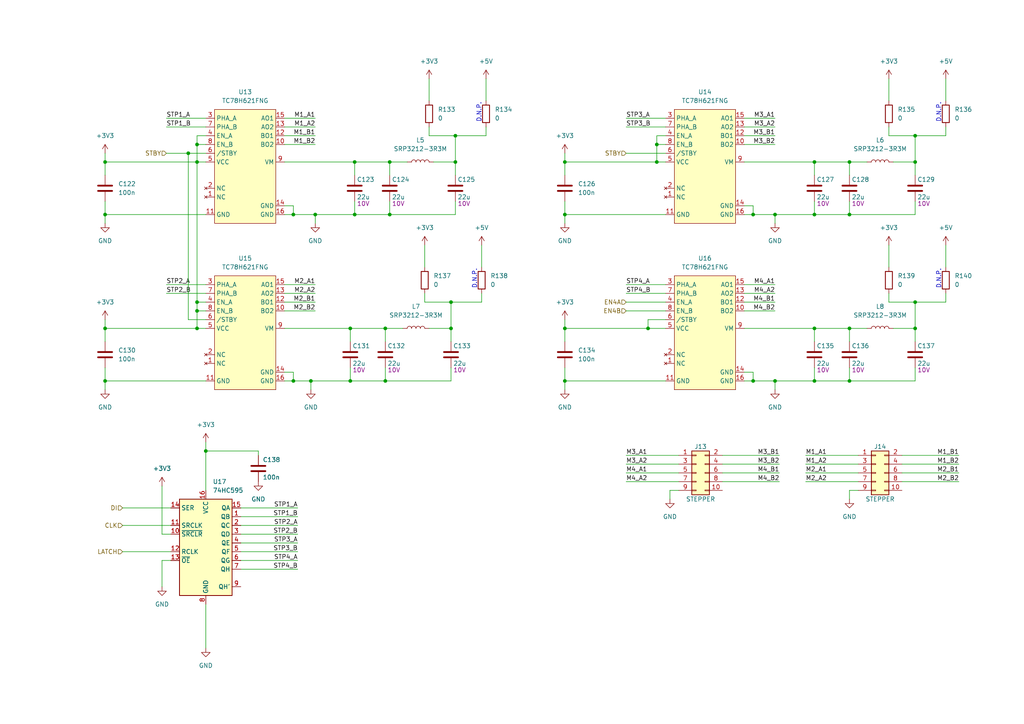
<source format=kicad_sch>
(kicad_sch (version 20211123) (generator eeschema)
  (paper "A4")
  (title_block (title "Cockpit CPU Card") (date "2023-01-21") (rev "A") (company "https://github.com/peterheinrich/DA20-C1-ProcedureTrainer") (comment 1 "Open Hardware") (comment 2 "License: CERN-OHL-P") (comment 3 "© 2023 by Peter Heinrich") (comment 4 "DA20 Hardware Cockpit Simulator Project"))
  (lib_symbols
    (symbol "00_LocalLib:SRP3212-3R3M" (pin_numbers hide) (pin_names (offset 1.016) hide)
      (property "Reference" "L" (at -1.27 0 90))
      (property "Value" "SRP3212-3R3M" (at 1.905 0 90))
      (symbol "SRP3212-3R3M_0_1"
        (arc (start 0 -2.54) (mid 0.635 -1.905) (end 0 -1.27))
        (arc (start 0 -1.27) (mid 0.635 -0.635) (end 0 0))
        (arc (start 0 0) (mid 0.635 0.635) (end 0 1.27))
        (arc (start 0 1.27) (mid 0.635 1.905) (end 0 2.54))
      )
      (symbol "SRP3212-3R3M_1_1"
        (pin passive line (at 0 3.81 270) (length 1.27) (name "1") (number "1"))
        (pin passive line (at 0 -3.81 90) (length 1.27) (name "2") (number "2"))
      )
    )
    (symbol "00_LocalLib:TC78H621FNG"
      (property "Reference" "U" (at 0 1.27 0))
      (property "Value" "TC78H621FNG" (at 0 -34.29 0))
      (symbol "TC78H621FNG_0_1"
        (rectangle (start 17.78 -33.02) (end 0 0) (fill (type background)))
      )
      (symbol "TC78H621FNG_1_1"
        (pin no_connect line (at -2.54 -25.4 0) (length 2.54) (name "NC") (number "1"))
        (pin output line (at 20.32 -10.16 180) (length 2.54) (name "BO2") (number "10"))
        (pin power_in line (at -2.54 -30.48 0) (length 2.54) (name "GND") (number "11"))
        (pin output line (at 20.32 -7.62 180) (length 2.54) (name "BO1") (number "12"))
        (pin output line (at 20.32 -5.08 180) (length 2.54) (name "AO2") (number "13"))
        (pin power_in line (at 20.32 -27.94 180) (length 2.54) (name "GND") (number "14"))
        (pin output line (at 20.32 -2.54 180) (length 2.54) (name "AO1") (number "15"))
        (pin power_in line (at 20.32 -30.48 180) (length 2.54) (name "GND") (number "16"))
        (pin no_connect line (at -2.54 -22.86 0) (length 2.54) (name "NC") (number "2"))
        (pin input line (at -2.54 -2.54 0) (length 2.54) (name "PHA_A") (number "3"))
        (pin input line (at -2.54 -7.62 0) (length 2.54) (name "EN_A") (number "4"))
        (pin power_in line (at -2.54 -15.24 0) (length 2.54) (name "VCC") (number "5"))
        (pin input line (at -2.54 -12.7 0) (length 2.54) (name "/STBY") (number "6"))
        (pin input line (at -2.54 -5.08 0) (length 2.54) (name "PHA_B") (number "7"))
        (pin input line (at -2.54 -10.16 0) (length 2.54) (name "EN_B") (number "8"))
        (pin power_in line (at 20.32 -15.24 180) (length 2.54) (name "VM") (number "9"))
      )
    )
    (symbol "74xx:74HC595"
      (property "Reference" "U" (at -7.62 13.97 0))
      (property "Value" "74HC595" (at -7.62 -16.51 0))
      (symbol "74HC595_1_0"
        (pin tri_state line (at 10.16 7.62 180) (length 2.54) (name "QB") (number "1"))
        (pin input line (at -10.16 2.54 0) (length 2.54) (name "~{SRCLR}") (number "10"))
        (pin input line (at -10.16 5.08 0) (length 2.54) (name "SRCLK") (number "11"))
        (pin input line (at -10.16 -2.54 0) (length 2.54) (name "RCLK") (number "12"))
        (pin input line (at -10.16 -5.08 0) (length 2.54) (name "~{OE}") (number "13"))
        (pin input line (at -10.16 10.16 0) (length 2.54) (name "SER") (number "14"))
        (pin tri_state line (at 10.16 10.16 180) (length 2.54) (name "QA") (number "15"))
        (pin power_in line (at 0 15.24 270) (length 2.54) (name "VCC") (number "16"))
        (pin tri_state line (at 10.16 5.08 180) (length 2.54) (name "QC") (number "2"))
        (pin tri_state line (at 10.16 2.54 180) (length 2.54) (name "QD") (number "3"))
        (pin tri_state line (at 10.16 0 180) (length 2.54) (name "QE") (number "4"))
        (pin tri_state line (at 10.16 -2.54 180) (length 2.54) (name "QF") (number "5"))
        (pin tri_state line (at 10.16 -5.08 180) (length 2.54) (name "QG") (number "6"))
        (pin tri_state line (at 10.16 -7.62 180) (length 2.54) (name "QH") (number "7"))
        (pin power_in line (at 0 -17.78 90) (length 2.54) (name "GND") (number "8"))
        (pin output line (at 10.16 -12.7 180) (length 2.54) (name "QH'") (number "9"))
      )
      (symbol "74HC595_1_1"
        (rectangle (start -7.62 12.7) (end 7.62 -15.24) (stroke (width 0.254)) (fill (type background)))
      )
    )
    (symbol "Connector_Generic:Conn_02x05_Odd_Even" (pin_names (offset 1.016) hide)
      (property "Reference" "J" (at 1.27 7.62 0))
      (property "Value" "Conn_02x05_Odd_Even" (at 1.27 -7.62 0))
      (symbol "Conn_02x05_Odd_Even_1_1"
        (rectangle (start -1.27 -4.953) (end 0 -5.207) (stroke (width 0.1524)))
        (rectangle (start -1.27 -2.413) (end 0 -2.667) (stroke (width 0.1524)))
        (rectangle (start -1.27 0.127) (end 0 -0.127) (stroke (width 0.1524)))
        (rectangle (start -1.27 2.667) (end 0 2.413) (stroke (width 0.1524)))
        (rectangle (start -1.27 5.207) (end 0 4.953) (stroke (width 0.1524)))
        (rectangle (start -1.27 6.35) (end 3.81 -6.35) (stroke (width 0.254)) (fill (type background)))
        (rectangle (start 3.81 -4.953) (end 2.54 -5.207) (stroke (width 0.1524)))
        (rectangle (start 3.81 -2.413) (end 2.54 -2.667) (stroke (width 0.1524)))
        (rectangle (start 3.81 0.127) (end 2.54 -0.127) (stroke (width 0.1524)))
        (rectangle (start 3.81 2.667) (end 2.54 2.413) (stroke (width 0.1524)))
        (rectangle (start 3.81 5.207) (end 2.54 4.953) (stroke (width 0.1524)))
        (pin passive line (at -5.08 5.08 0) (length 3.81) (name "Pin_1") (number "1"))
        (pin passive line (at 7.62 -5.08 180) (length 3.81) (name "Pin_10") (number "10"))
        (pin passive line (at 7.62 5.08 180) (length 3.81) (name "Pin_2") (number "2"))
        (pin passive line (at -5.08 2.54 0) (length 3.81) (name "Pin_3") (number "3"))
        (pin passive line (at 7.62 2.54 180) (length 3.81) (name "Pin_4") (number "4"))
        (pin passive line (at -5.08 0 0) (length 3.81) (name "Pin_5") (number "5"))
        (pin passive line (at 7.62 0 180) (length 3.81) (name "Pin_6") (number "6"))
        (pin passive line (at -5.08 -2.54 0) (length 3.81) (name "Pin_7") (number "7"))
        (pin passive line (at 7.62 -2.54 180) (length 3.81) (name "Pin_8") (number "8"))
        (pin passive line (at -5.08 -5.08 0) (length 3.81) (name "Pin_9") (number "9"))
      )
    )
    (symbol "Device:C" (pin_numbers hide) (pin_names (offset 0.254))
      (property "Reference" "C" (at 0.635 2.54 0))
      (property "Value" "C" (at 0.635 -2.54 0))
      (symbol "C_0_1"
        (polyline (pts (xy -2.032 -0.762) (xy 2.032 -0.762)) (stroke (width 0.508)))
        (polyline (pts (xy -2.032 0.762) (xy 2.032 0.762)) (stroke (width 0.508)))
      )
      (symbol "C_1_1"
        (pin passive line (at 0 3.81 270) (length 2.794) (name "~") (number "1"))
        (pin passive line (at 0 -3.81 90) (length 2.794) (name "~") (number "2"))
      )
    )
    (symbol "Device:R" (pin_numbers hide) (pin_names (offset 0))
      (property "Reference" "R" (at 2.032 0 90))
      (property "Value" "R" (at 0 0 90))
      (symbol "R_0_1"
        (rectangle (start -1.016 -2.54) (end 1.016 2.54) (stroke (width 0.254)))
      )
      (symbol "R_1_1"
        (pin passive line (at 0 3.81 270) (length 1.27) (name "~") (number "1"))
        (pin passive line (at 0 -3.81 90) (length 1.27) (name "~") (number "2"))
      )
    )
    (symbol "power:+3V3" (power) (pin_names (offset 0))
      (property "Value" "+3V3" (at 0 3.556 0))
      (symbol "+3V3_0_1"
        (polyline (pts (xy -0.762 1.27) (xy 0 2.54)))
        (polyline (pts (xy 0 0) (xy 0 2.54)))
        (polyline (pts (xy 0 2.54) (xy 0.762 1.27)))
      )
      (symbol "+3V3_1_1"
        (pin power_in line (at 0 0 90) (length 0) hide (name "+3V3") (number "1"))
      )
    )
    (symbol "power:+5V" (power) (pin_names (offset 0))
      (property "Value" "+5V" (at 0 3.556 0))
      (symbol "+5V_0_1"
        (polyline (pts (xy -0.762 1.27) (xy 0 2.54)))
        (polyline (pts (xy 0 0) (xy 0 2.54)))
        (polyline (pts (xy 0 2.54) (xy 0.762 1.27)))
      )
      (symbol "+5V_1_1"
        (pin power_in line (at 0 0 90) (length 0) hide (name "+5V") (number "1"))
      )
    )
    (symbol "power:GND" (power) (pin_names (offset 0))
      (property "Value" "GND" (at 0 -3.81 0))
      (symbol "GND_0_1"
        (polyline (pts (xy 0 0) (xy 0 -1.27) (xy 1.27 -1.27) (xy 0 -2.54) (xy -1.27 -1.27) (xy 0 -1.27)))
      )
      (symbol "GND_1_1"
        (pin power_in line (at 0 0 270) (length 0) hide (name "GND") (number "1"))
      )
    )
  )
  (junction (at 101.6 110.49))
  (junction (at 59.69 130.81))
  (junction (at 57.15 87.63))
  (junction (at 236.22 110.49))
  (junction (at 54.61 44.45))
  (junction (at 236.22 46.99))
  (junction (at 111.76 95.25))
  (junction (at 101.6 95.25))
  (junction (at 91.44 62.23))
  (junction (at 30.48 62.23))
  (junction (at 90.17 110.49))
  (junction (at 246.38 46.99))
  (junction (at 190.5 46.99))
  (junction (at 30.48 95.25))
  (junction (at 57.15 90.17))
  (junction (at 246.38 62.23))
  (junction (at 57.15 46.99))
  (junction (at 102.87 62.23))
  (junction (at 187.96 95.25))
  (junction (at 236.22 95.25))
  (junction (at 246.38 110.49))
  (junction (at 57.15 95.25))
  (junction (at 30.48 46.99))
  (junction (at 190.5 41.91))
  (junction (at 102.87 46.99))
  (junction (at 265.43 87.63))
  (junction (at 111.76 110.49))
  (junction (at 163.83 110.49))
  (junction (at 113.03 62.23))
  (junction (at 163.83 62.23))
  (junction (at 57.15 41.91))
  (junction (at 163.83 46.99))
  (junction (at 113.03 46.99))
  (junction (at 132.08 39.37))
  (junction (at 163.83 95.25))
  (junction (at 85.09 62.23))
  (junction (at 30.48 110.49))
  (junction (at 218.44 110.49))
  (junction (at 85.09 110.49))
  (junction (at 265.43 95.25))
  (junction (at 130.81 87.63))
  (junction (at 265.43 39.37))
  (junction (at 132.08 46.99))
  (junction (at 246.38 95.25))
  (junction (at 224.79 110.49))
  (junction (at 218.44 62.23))
  (junction (at 224.79 62.23))
  (junction (at 236.22 62.23))
  (junction (at 130.81 95.25))
  (junction (at 265.43 46.99))
  (wire (pts (xy 123.19 85.09) (xy 123.19 87.63)))
  (wire (pts (xy 85.09 107.95) (xy 85.09 110.49)))
  (wire (pts (xy 265.43 39.37) (xy 265.43 46.99)))
  (wire (pts (xy 215.9 107.95) (xy 218.44 107.95)))
  (wire (pts (xy 90.17 110.49) (xy 90.17 113.03)))
  (wire (pts (xy 181.61 87.63) (xy 193.04 87.63)))
  (wire (pts (xy 91.44 62.23) (xy 91.44 64.77)))
  (wire (pts (xy 274.32 39.37) (xy 274.32 36.83)))
  (wire (pts (xy 218.44 107.95) (xy 218.44 110.49)))
  (wire (pts (xy 30.48 92.71) (xy 30.48 95.25)))
  (wire (pts (xy 140.97 22.86) (xy 140.97 29.21)))
  (wire (pts (xy 82.55 41.91) (xy 91.44 41.91)))
  (wire (pts (xy 69.85 154.94) (xy 86.36 154.94)))
  (wire (pts (xy 57.15 90.17) (xy 57.15 95.25)))
  (wire (pts (xy 111.76 95.25) (xy 116.84 95.25)))
  (wire (pts (xy 193.04 39.37) (xy 190.5 39.37)))
  (wire (pts (xy 101.6 110.49) (xy 111.76 110.49)))
  (wire (pts (xy 130.81 95.25) (xy 130.81 99.06)))
  (wire (pts (xy 224.79 62.23) (xy 224.79 64.77)))
  (wire (pts (xy 236.22 110.49) (xy 246.38 110.49)))
  (wire (pts (xy 236.22 62.23) (xy 246.38 62.23)))
  (wire (pts (xy 54.61 92.71) (xy 59.69 92.71)))
  (wire (pts (xy 163.83 92.71) (xy 163.83 95.25)))
  (wire (pts (xy 190.5 39.37) (xy 190.5 41.91)))
  (wire (pts (xy 124.46 39.37) (xy 132.08 39.37)))
  (wire (pts (xy 265.43 110.49) (xy 246.38 110.49)))
  (wire (pts (xy 236.22 95.25) (xy 246.38 95.25)))
  (wire (pts (xy 163.83 44.45) (xy 163.83 46.99)))
  (wire (pts (xy 215.9 87.63) (xy 224.79 87.63)))
  (wire (pts (xy 74.93 130.81) (xy 59.69 130.81)))
  (wire (pts (xy 30.48 44.45) (xy 30.48 46.99)))
  (wire (pts (xy 265.43 62.23) (xy 246.38 62.23)))
  (wire (pts (xy 236.22 46.99) (xy 236.22 50.8)))
  (wire (pts (xy 246.38 95.25) (xy 251.46 95.25)))
  (wire (pts (xy 123.19 87.63) (xy 130.81 87.63)))
  (wire (pts (xy 35.56 152.4) (xy 49.53 152.4)))
  (wire (pts (xy 265.43 106.68) (xy 265.43 110.49)))
  (wire (pts (xy 233.68 139.7) (xy 248.92 139.7)))
  (wire (pts (xy 74.93 132.08) (xy 74.93 130.81)))
  (wire (pts (xy 187.96 95.25) (xy 193.04 95.25)))
  (wire (pts (xy 82.55 82.55) (xy 91.44 82.55)))
  (wire (pts (xy 57.15 87.63) (xy 59.69 87.63)))
  (wire (pts (xy 48.26 34.29) (xy 59.69 34.29)))
  (wire (pts (xy 246.38 144.78) (xy 246.38 142.24)))
  (wire (pts (xy 274.32 87.63) (xy 274.32 85.09)))
  (wire (pts (xy 246.38 46.99) (xy 246.38 50.8)))
  (wire (pts (xy 257.81 87.63) (xy 265.43 87.63)))
  (wire (pts (xy 111.76 110.49) (xy 111.76 106.68)))
  (wire (pts (xy 139.7 71.12) (xy 139.7 77.47)))
  (wire (pts (xy 265.43 95.25) (xy 265.43 99.06)))
  (wire (pts (xy 82.55 62.23) (xy 85.09 62.23)))
  (wire (pts (xy 130.81 106.68) (xy 130.81 110.49)))
  (wire (pts (xy 132.08 46.99) (xy 132.08 50.8)))
  (wire (pts (xy 224.79 110.49) (xy 236.22 110.49)))
  (wire (pts (xy 215.9 95.25) (xy 236.22 95.25)))
  (wire (pts (xy 181.61 85.09) (xy 193.04 85.09)))
  (wire (pts (xy 132.08 39.37) (xy 140.97 39.37)))
  (wire (pts (xy 59.69 39.37) (xy 57.15 39.37)))
  (wire (pts (xy 181.61 137.16) (xy 196.85 137.16)))
  (wire (pts (xy 261.62 139.7) (xy 278.13 139.7)))
  (wire (pts (xy 215.9 85.09) (xy 224.79 85.09)))
  (wire (pts (xy 218.44 110.49) (xy 224.79 110.49)))
  (wire (pts (xy 257.81 39.37) (xy 265.43 39.37)))
  (wire (pts (xy 125.73 46.99) (xy 132.08 46.99)))
  (wire (pts (xy 54.61 44.45) (xy 54.61 92.71)))
  (wire (pts (xy 257.81 22.86) (xy 257.81 29.21)))
  (wire (pts (xy 82.55 107.95) (xy 85.09 107.95)))
  (wire (pts (xy 257.81 71.12) (xy 257.81 77.47)))
  (wire (pts (xy 30.48 95.25) (xy 57.15 95.25)))
  (wire (pts (xy 59.69 95.25) (xy 57.15 95.25)))
  (wire (pts (xy 82.55 36.83) (xy 91.44 36.83)))
  (wire (pts (xy 30.48 95.25) (xy 30.48 99.06)))
  (wire (pts (xy 85.09 59.69) (xy 85.09 62.23)))
  (wire (pts (xy 181.61 44.45) (xy 193.04 44.45)))
  (wire (pts (xy 59.69 175.26) (xy 59.69 187.96)))
  (wire (pts (xy 102.87 62.23) (xy 102.87 58.42)))
  (wire (pts (xy 59.69 130.81) (xy 59.69 142.24)))
  (wire (pts (xy 123.19 71.12) (xy 123.19 77.47)))
  (wire (pts (xy 48.26 85.09) (xy 59.69 85.09)))
  (wire (pts (xy 163.83 46.99) (xy 190.5 46.99)))
  (wire (pts (xy 181.61 36.83) (xy 193.04 36.83)))
  (wire (pts (xy 69.85 152.4) (xy 86.36 152.4)))
  (wire (pts (xy 218.44 62.23) (xy 224.79 62.23)))
  (wire (pts (xy 30.48 46.99) (xy 57.15 46.99)))
  (wire (pts (xy 48.26 44.45) (xy 54.61 44.45)))
  (wire (pts (xy 101.6 95.25) (xy 111.76 95.25)))
  (wire (pts (xy 132.08 58.42) (xy 132.08 62.23)))
  (wire (pts (xy 163.83 58.42) (xy 163.83 62.23)))
  (wire (pts (xy 85.09 110.49) (xy 90.17 110.49)))
  (wire (pts (xy 46.99 170.18) (xy 46.99 162.56)))
  (wire (pts (xy 30.48 58.42) (xy 30.48 62.23)))
  (wire (pts (xy 82.55 87.63) (xy 91.44 87.63)))
  (wire (pts (xy 181.61 139.7) (xy 196.85 139.7)))
  (wire (pts (xy 181.61 34.29) (xy 193.04 34.29)))
  (wire (pts (xy 57.15 46.99) (xy 59.69 46.99)))
  (wire (pts (xy 265.43 58.42) (xy 265.43 62.23)))
  (wire (pts (xy 181.61 90.17) (xy 193.04 90.17)))
  (wire (pts (xy 46.99 162.56) (xy 49.53 162.56)))
  (wire (pts (xy 215.9 34.29) (xy 224.79 34.29)))
  (wire (pts (xy 246.38 46.99) (xy 251.46 46.99)))
  (wire (pts (xy 57.15 90.17) (xy 59.69 90.17)))
  (wire (pts (xy 246.38 110.49) (xy 246.38 106.68)))
  (wire (pts (xy 69.85 160.02) (xy 86.36 160.02)))
  (wire (pts (xy 57.15 41.91) (xy 57.15 46.99)))
  (wire (pts (xy 194.31 144.78) (xy 194.31 142.24)))
  (wire (pts (xy 259.08 95.25) (xy 265.43 95.25)))
  (wire (pts (xy 215.9 110.49) (xy 218.44 110.49)))
  (wire (pts (xy 236.22 95.25) (xy 236.22 99.06)))
  (wire (pts (xy 46.99 140.97) (xy 46.99 154.94)))
  (wire (pts (xy 181.61 132.08) (xy 196.85 132.08)))
  (wire (pts (xy 261.62 134.62) (xy 278.13 134.62)))
  (wire (pts (xy 259.08 46.99) (xy 265.43 46.99)))
  (wire (pts (xy 163.83 62.23) (xy 163.83 64.77)))
  (wire (pts (xy 111.76 95.25) (xy 111.76 99.06)))
  (wire (pts (xy 35.56 147.32) (xy 49.53 147.32)))
  (wire (pts (xy 30.48 62.23) (xy 59.69 62.23)))
  (wire (pts (xy 82.55 85.09) (xy 91.44 85.09)))
  (wire (pts (xy 163.83 95.25) (xy 163.83 99.06)))
  (wire (pts (xy 163.83 62.23) (xy 193.04 62.23)))
  (wire (pts (xy 187.96 92.71) (xy 193.04 92.71)))
  (wire (pts (xy 102.87 62.23) (xy 113.03 62.23)))
  (wire (pts (xy 190.5 41.91) (xy 190.5 46.99)))
  (wire (pts (xy 69.85 157.48) (xy 86.36 157.48)))
  (wire (pts (xy 69.85 147.32) (xy 86.36 147.32)))
  (wire (pts (xy 132.08 39.37) (xy 132.08 46.99)))
  (wire (pts (xy 257.81 36.83) (xy 257.81 39.37)))
  (wire (pts (xy 30.48 110.49) (xy 59.69 110.49)))
  (wire (pts (xy 48.26 82.55) (xy 59.69 82.55)))
  (wire (pts (xy 82.55 39.37) (xy 91.44 39.37)))
  (wire (pts (xy 69.85 165.1) (xy 86.36 165.1)))
  (wire (pts (xy 224.79 110.49) (xy 224.79 113.03)))
  (wire (pts (xy 224.79 62.23) (xy 236.22 62.23)))
  (wire (pts (xy 82.55 110.49) (xy 85.09 110.49)))
  (wire (pts (xy 57.15 39.37) (xy 57.15 41.91)))
  (wire (pts (xy 246.38 62.23) (xy 246.38 58.42)))
  (wire (pts (xy 113.03 62.23) (xy 113.03 58.42)))
  (wire (pts (xy 82.55 59.69) (xy 85.09 59.69)))
  (wire (pts (xy 274.32 71.12) (xy 274.32 77.47)))
  (wire (pts (xy 82.55 95.25) (xy 101.6 95.25)))
  (wire (pts (xy 209.55 139.7) (xy 226.06 139.7)))
  (wire (pts (xy 215.9 62.23) (xy 218.44 62.23)))
  (wire (pts (xy 46.99 154.94) (xy 49.53 154.94)))
  (wire (pts (xy 265.43 46.99) (xy 265.43 50.8)))
  (wire (pts (xy 163.83 46.99) (xy 163.83 50.8)))
  (wire (pts (xy 90.17 110.49) (xy 101.6 110.49)))
  (wire (pts (xy 233.68 132.08) (xy 248.92 132.08)))
  (wire (pts (xy 130.81 87.63) (xy 130.81 95.25)))
  (wire (pts (xy 209.55 132.08) (xy 226.06 132.08)))
  (wire (pts (xy 215.9 41.91) (xy 224.79 41.91)))
  (wire (pts (xy 265.43 39.37) (xy 274.32 39.37)))
  (wire (pts (xy 124.46 22.86) (xy 124.46 29.21)))
  (wire (pts (xy 139.7 87.63) (xy 139.7 85.09)))
  (wire (pts (xy 57.15 46.99) (xy 57.15 87.63)))
  (wire (pts (xy 215.9 46.99) (xy 236.22 46.99)))
  (wire (pts (xy 209.55 134.62) (xy 226.06 134.62)))
  (wire (pts (xy 140.97 39.37) (xy 140.97 36.83)))
  (wire (pts (xy 30.48 110.49) (xy 30.48 113.03)))
  (wire (pts (xy 190.5 46.99) (xy 193.04 46.99)))
  (wire (pts (xy 113.03 46.99) (xy 118.11 46.99)))
  (wire (pts (xy 163.83 95.25) (xy 187.96 95.25)))
  (wire (pts (xy 130.81 87.63) (xy 139.7 87.63)))
  (wire (pts (xy 82.55 46.99) (xy 102.87 46.99)))
  (wire (pts (xy 48.26 36.83) (xy 59.69 36.83)))
  (wire (pts (xy 124.46 95.25) (xy 130.81 95.25)))
  (wire (pts (xy 101.6 95.25) (xy 101.6 99.06)))
  (wire (pts (xy 261.62 137.16) (xy 278.13 137.16)))
  (wire (pts (xy 69.85 162.56) (xy 86.36 162.56)))
  (wire (pts (xy 163.83 110.49) (xy 193.04 110.49)))
  (wire (pts (xy 233.68 137.16) (xy 248.92 137.16)))
  (wire (pts (xy 30.48 106.68) (xy 30.48 110.49)))
  (wire (pts (xy 274.32 22.86) (xy 274.32 29.21)))
  (wire (pts (xy 30.48 62.23) (xy 30.48 64.77)))
  (wire (pts (xy 57.15 41.91) (xy 59.69 41.91)))
  (wire (pts (xy 215.9 82.55) (xy 224.79 82.55)))
  (wire (pts (xy 82.55 34.29) (xy 91.44 34.29)))
  (wire (pts (xy 85.09 62.23) (xy 91.44 62.23)))
  (wire (pts (xy 194.31 142.24) (xy 196.85 142.24)))
  (wire (pts (xy 187.96 92.71) (xy 187.96 95.25)))
  (wire (pts (xy 102.87 46.99) (xy 102.87 50.8)))
  (wire (pts (xy 215.9 39.37) (xy 224.79 39.37)))
  (wire (pts (xy 218.44 59.69) (xy 218.44 62.23)))
  (wire (pts (xy 69.85 149.86) (xy 86.36 149.86)))
  (wire (pts (xy 209.55 137.16) (xy 226.06 137.16)))
  (wire (pts (xy 236.22 110.49) (xy 236.22 106.68)))
  (wire (pts (xy 57.15 87.63) (xy 57.15 90.17)))
  (wire (pts (xy 265.43 87.63) (xy 265.43 95.25)))
  (wire (pts (xy 215.9 59.69) (xy 218.44 59.69)))
  (wire (pts (xy 181.61 134.62) (xy 196.85 134.62)))
  (wire (pts (xy 91.44 62.23) (xy 102.87 62.23)))
  (wire (pts (xy 265.43 87.63) (xy 274.32 87.63)))
  (wire (pts (xy 246.38 95.25) (xy 246.38 99.06)))
  (wire (pts (xy 130.81 110.49) (xy 111.76 110.49)))
  (wire (pts (xy 59.69 44.45) (xy 54.61 44.45)))
  (wire (pts (xy 59.69 128.27) (xy 59.69 130.81)))
  (wire (pts (xy 124.46 36.83) (xy 124.46 39.37)))
  (wire (pts (xy 233.68 134.62) (xy 248.92 134.62)))
  (wire (pts (xy 30.48 46.99) (xy 30.48 50.8)))
  (wire (pts (xy 82.55 90.17) (xy 91.44 90.17)))
  (wire (pts (xy 132.08 62.23) (xy 113.03 62.23)))
  (wire (pts (xy 35.56 160.02) (xy 49.53 160.02)))
  (wire (pts (xy 190.5 41.91) (xy 193.04 41.91)))
  (wire (pts (xy 215.9 90.17) (xy 224.79 90.17)))
  (wire (pts (xy 236.22 62.23) (xy 236.22 58.42)))
  (wire (pts (xy 181.61 82.55) (xy 193.04 82.55)))
  (wire (pts (xy 163.83 110.49) (xy 163.83 113.03)))
  (wire (pts (xy 113.03 46.99) (xy 113.03 50.8)))
  (wire (pts (xy 163.83 106.68) (xy 163.83 110.49)))
  (wire (pts (xy 236.22 46.99) (xy 246.38 46.99)))
  (wire (pts (xy 102.87 46.99) (xy 113.03 46.99)))
  (wire (pts (xy 215.9 36.83) (xy 224.79 36.83)))
  (wire (pts (xy 246.38 142.24) (xy 248.92 142.24)))
  (wire (pts (xy 257.81 85.09) (xy 257.81 87.63)))
  (wire (pts (xy 261.62 132.08) (xy 278.13 132.08)))
  (wire (pts (xy 101.6 110.49) (xy 101.6 106.68)))
  (text "D.N.P." (at 138.43 83.82 90) (effects (font (size 1.27 1.27)) (justify left bottom)))
  (text "D.N.P." (at 139.7 35.56 90) (effects (font (size 1.27 1.27)) (justify left bottom)))
  (text "D.N.P." (at 273.05 83.82 90) (effects (font (size 1.27 1.27)) (justify left bottom)))
  (text "D.N.P." (at 273.05 35.56 90) (effects (font (size 1.27 1.27)) (justify left bottom)))
  (label "M4_A1" (at 181.61 137.16 0))
  (label "M3_A1" (at 181.61 132.08 0))
  (label "M3_A2" (at 181.61 134.62 0))
  (label "STP3_A" (at 86.36 157.48 180))
  (label "STP4_B" (at 181.61 85.09 0))
  (label "M3_B2" (at 224.79 41.91 180))
  (label "M1_A1" (at 233.68 132.08 0))
  (label "STP4_A" (at 86.36 162.56 180))
  (label "M4_B2" (at 224.79 90.17 180))
  (label "M1_B1" (at 91.44 39.37 180))
  (label "M2_A2" (at 233.68 139.7 0))
  (label "M2_B2" (at 278.13 139.7 180))
  (label "M1_A2" (at 233.68 134.62 0))
  (label "M1_A1" (at 91.44 34.29 180))
  (label "STP4_B" (at 86.36 165.1 180))
  (label "M2_A1" (at 91.44 82.55 180))
  (label "STP2_B" (at 48.26 85.09 0))
  (label "M2_B1" (at 91.44 87.63 180))
  (label "M4_B1" (at 224.79 87.63 180))
  (label "M2_A2" (at 91.44 85.09 180))
  (label "STP3_B" (at 86.36 160.02 180))
  (label "M4_A2" (at 181.61 139.7 0))
  (label "M1_A2" (at 91.44 36.83 180))
  (label "STP3_A" (at 181.61 34.29 0))
  (label "STP4_A" (at 181.61 82.55 0))
  (label "M3_A2" (at 224.79 36.83 180))
  (label "M4_A2" (at 224.79 85.09 180))
  (label "M1_B2" (at 278.13 134.62 180))
  (label "STP2_A" (at 48.26 82.55 0))
  (label "M3_B1" (at 224.79 39.37 180))
  (label "M4_A1" (at 224.79 82.55 180))
  (label "M4_B1" (at 226.06 137.16 180))
  (label "M1_B2" (at 91.44 41.91 180))
  (label "STP2_B" (at 86.36 154.94 180))
  (label "M2_B2" (at 91.44 90.17 180))
  (label "M3_B2" (at 226.06 134.62 180))
  (label "M2_B1" (at 278.13 137.16 180))
  (label "STP1_A" (at 48.26 34.29 0))
  (label "STP2_A" (at 86.36 152.4 180))
  (label "STP1_A" (at 86.36 147.32 180))
  (label "M1_B1" (at 278.13 132.08 180))
  (label "M4_B2" (at 226.06 139.7 180))
  (label "STP3_B" (at 181.61 36.83 0))
  (label "M2_A1" (at 233.68 137.16 0))
  (label "M3_B1" (at 226.06 132.08 180))
  (label "STP1_B" (at 48.26 36.83 0))
  (label "M3_A1" (at 224.79 34.29 180))
  (label "STP1_B" (at 86.36 149.86 180))
  (hierarchical_label "DI" (shape input) (at 35.56 147.32 180))
  (hierarchical_label "EN4A" (shape input) (at 181.61 87.63 180))
  (hierarchical_label "STBY" (shape input) (at 48.26 44.45 180))
  (hierarchical_label "CLK" (shape input) (at 35.56 152.4 180))
  (hierarchical_label "LATCH" (shape input) (at 35.56 160.02 180))
  (hierarchical_label "EN4B" (shape input) (at 181.61 90.17 180))
  (hierarchical_label "STBY" (shape input) (at 181.61 44.45 180))
  (symbol (lib_id "power:+5V") (at 274.32 71.12 0) (unit 1)
    (property "Reference" "#PWR0150" (effects hide))
    (property "Value" "+5V" (at 274.32 66.04 0))
  )
  (symbol (lib_id "Device:C") (at 111.76 102.87 0) (unit 1)
    (property "Reference" "C132" (at 112.395 100.33 0) (effects (justify left)))
    (property "Value" "22u" (at 112.395 105.41 0) (effects (justify left)))
    (property "Footprint" "Capacitor_SMD:C_0805_2012Metric" (effects hide))
    (property "Datasheet" "https://www.farnell.com/datasheets/2735905.pdf" (effects hide))
    (property "Vmax" "10V" (at 112.395 107.315 0) (effects (justify left)))
    (property "MPN" "CL21A226MPCLRNC" (effects hide))
    (property "ON_FARNELL" "3013460" (effects hide))
  )
  (symbol (lib_id "00_LocalLib:TC78H621FNG") (at 62.23 31.75 0) (unit 1)
    (property "Reference" "U13" (at 71.12 26.67 0))
    (property "Value" "TC78H621FNG" (at 71.12 29.21 0))
    (property "Footprint" "Package_SO:TSSOP-16_4.4x5mm_P0.65mm" (effects hide))
    (property "MPN" "TC78H621FNG" (effects hide))
    (property "ON_FARNELL" "3869999" (effects hide))
  )
  (symbol (lib_id "00_LocalLib:TC78H621FNG") (at 195.58 80.01 0) (unit 1)
    (property "Reference" "U16" (at 204.47 74.93 0))
    (property "Value" "TC78H621FNG" (at 204.47 77.47 0))
    (property "Footprint" "Package_SO:TSSOP-16_4.4x5mm_P0.65mm" (effects hide))
    (property "MPN" "TC78H621FNG" (effects hide))
    (property "ON_FARNELL" "3869999" (effects hide))
  )
  (symbol (lib_id "00_LocalLib:TC78H621FNG") (at 195.58 31.75 0) (unit 1)
    (property "Reference" "U14" (at 204.47 26.67 0))
    (property "Value" "TC78H621FNG" (at 204.47 29.21 0))
    (property "Footprint" "Package_SO:TSSOP-16_4.4x5mm_P0.65mm" (effects hide))
    (property "MPN" "TC78H621FNG" (effects hide))
    (property "ON_FARNELL" "3869999" (effects hide))
  )
  (symbol (lib_id "power:GND") (at 163.83 113.03 0) (unit 1)
    (property "Reference" "#PWR0155" (effects hide))
    (property "Value" "GND" (at 163.83 118.11 0))
  )
  (symbol (lib_id "00_LocalLib:SRP3212-3R3M") (at 255.27 95.25 90) (unit 1)
    (property "Reference" "L8" (at 255.27 88.9 90))
    (property "Value" "SRP3212-3R3M" (at 255.27 91.44 90))
    (property "Footprint" "00_LocalLib:L_Bourns-SRP3212" (effects hide))
    (property "Datasheet" "https://www.bourns.com/docs/product-datasheets/SRP3212.pdf" (effects hide))
    (property "MPN" "SRP3212-3R3M" (effects hide))
    (property "ON_FARNELL" "3974271" (effects hide))
  )
  (symbol (lib_id "Device:C") (at 130.81 102.87 0) (unit 1)
    (property "Reference" "C133" (at 131.445 100.33 0) (effects (justify left)))
    (property "Value" "22u" (at 131.445 105.41 0) (effects (justify left)))
    (property "Footprint" "Capacitor_SMD:C_0805_2012Metric" (effects hide))
    (property "Datasheet" "https://www.farnell.com/datasheets/2735905.pdf" (effects hide))
    (property "Vmax" "10V" (at 131.445 107.315 0) (effects (justify left)))
    (property "MPN" "CL21A226MPCLRNC" (effects hide))
    (property "ON_FARNELL" "3013460" (effects hide))
  )
  (symbol (lib_id "Device:C") (at 163.83 102.87 0) (unit 1)
    (property "Reference" "C134" (at 167.64 101.5999 0) (effects (justify left)))
    (property "Value" "100n" (at 167.64 104.1399 0) (effects (justify left)))
    (property "Footprint" "Capacitor_SMD:C_0603_1608Metric" (effects hide))
    (property "Datasheet" "https://www.farnell.com/datasheets/2735905.pdf" (effects hide))
    (property "MPN" "CL10B104KO8NNNC" (effects hide))
    (property "ON_FARNELL" "3013413" (effects hide))
  )
  (symbol (lib_id "power:+3V3") (at 163.83 92.71 0) (unit 1)
    (property "Reference" "#PWR0152" (effects hide))
    (property "Value" "+3V3" (at 163.83 87.63 0))
  )
  (symbol (lib_id "power:+3V3") (at 59.69 128.27 0) (unit 1)
    (property "Reference" "#PWR0157" (effects hide))
    (property "Value" "+3V3" (at 59.69 123.19 0))
  )
  (symbol (lib_id "Device:R") (at 257.81 33.02 0) (unit 1)
    (property "Reference" "R135" (at 260.35 31.7499 0) (effects (justify left)))
    (property "Value" "0" (at 260.35 34.2899 0) (effects (justify left)))
    (property "Footprint" "Resistor_SMD:R_0805_2012Metric" (effects hide))
    (property "MPN" "MC01W08050R" (effects hide))
    (property "ON_FARNELL" "9333681" (effects hide))
  )
  (symbol (lib_id "Device:C") (at 101.6 102.87 0) (unit 1)
    (property "Reference" "C131" (at 102.235 100.33 0) (effects (justify left)))
    (property "Value" "22u" (at 102.235 105.41 0) (effects (justify left)))
    (property "Footprint" "Capacitor_SMD:C_0805_2012Metric" (effects hide))
    (property "Datasheet" "https://www.farnell.com/datasheets/2735905.pdf" (effects hide))
    (property "Vmax" "10V" (at 102.235 107.315 0) (effects (justify left)))
    (property "MPN" "CL21A226MPCLRNC" (effects hide))
    (property "ON_FARNELL" "3013460" (effects hide))
  )
  (symbol (lib_id "power:GND") (at 224.79 113.03 0) (unit 1)
    (property "Reference" "#PWR0156" (effects hide))
    (property "Value" "GND" (at 224.79 118.11 0))
  )
  (symbol (lib_id "Device:R") (at 139.7 81.28 0) (unit 1) (in_bom no)
    (property "Reference" "R138" (at 142.24 80.0099 0) (effects (justify left)))
    (property "Value" "0" (at 142.24 82.5499 0) (effects (justify left)))
    (property "Footprint" "Resistor_SMD:R_0805_2012Metric" (effects hide))
    (property "MPN" "MC01W08050R" (effects hide))
    (property "ON_FARNELL" "9333681" (effects hide))
  )
  (symbol (lib_id "power:+3V3") (at 46.99 140.97 0) (unit 1)
    (property "Reference" "#PWR0159" (effects hide))
    (property "Value" "+3V3" (at 46.99 135.89 0))
  )
  (symbol (lib_id "Device:C") (at 30.48 102.87 0) (unit 1)
    (property "Reference" "C130" (at 34.29 101.5999 0) (effects (justify left)))
    (property "Value" "100n" (at 34.29 104.1399 0) (effects (justify left)))
    (property "Footprint" "Capacitor_SMD:C_0603_1608Metric" (effects hide))
    (property "Datasheet" "https://www.farnell.com/datasheets/2735905.pdf" (effects hide))
    (property "MPN" "CL10B104KO8NNNC" (effects hide))
    (property "ON_FARNELL" "3013413" (effects hide))
  )
  (symbol (lib_id "power:GND") (at 30.48 113.03 0) (unit 1)
    (property "Reference" "#PWR0153" (effects hide))
    (property "Value" "GND" (at 30.48 118.11 0))
  )
  (symbol (lib_id "power:+3V3") (at 163.83 44.45 0) (unit 1)
    (property "Reference" "#PWR0142" (effects hide))
    (property "Value" "+3V3" (at 163.83 39.37 0))
  )
  (symbol (lib_id "power:+5V") (at 139.7 71.12 0) (unit 1)
    (property "Reference" "#PWR0148" (effects hide))
    (property "Value" "+5V" (at 139.7 66.04 0))
  )
  (symbol (lib_id "Device:C") (at 265.43 102.87 0) (unit 1)
    (property "Reference" "C137" (at 266.065 100.33 0) (effects (justify left)))
    (property "Value" "22u" (at 266.065 105.41 0) (effects (justify left)))
    (property "Footprint" "Capacitor_SMD:C_0805_2012Metric" (effects hide))
    (property "Datasheet" "https://www.farnell.com/datasheets/2735905.pdf" (effects hide))
    (property "Vmax" "10V" (at 266.065 107.315 0) (effects (justify left)))
    (property "MPN" "CL21A226MPCLRNC" (effects hide))
    (property "ON_FARNELL" "3013460" (effects hide))
  )
  (symbol (lib_id "00_LocalLib:SRP3212-3R3M") (at 121.92 46.99 90) (unit 1)
    (property "Reference" "L5" (at 121.92 40.64 90))
    (property "Value" "SRP3212-3R3M" (at 121.92 43.18 90))
    (property "Footprint" "00_LocalLib:L_Bourns-SRP3212" (effects hide))
    (property "Datasheet" "https://www.bourns.com/docs/product-datasheets/SRP3212.pdf" (effects hide))
    (property "MPN" "SRP3212-3R3M" (effects hide))
    (property "ON_FARNELL" "3974271" (effects hide))
  )
  (symbol (lib_id "Device:R") (at 274.32 81.28 0) (unit 1) (in_bom no)
    (property "Reference" "R140" (at 276.86 80.0099 0) (effects (justify left)))
    (property "Value" "0" (at 276.86 82.5499 0) (effects (justify left)))
    (property "Footprint" "Resistor_SMD:R_0805_2012Metric" (effects hide))
    (property "MPN" "MC01W08050R" (effects hide))
    (property "ON_FARNELL" "9333681" (effects hide))
  )
  (symbol (lib_id "Device:R") (at 257.81 81.28 0) (unit 1)
    (property "Reference" "R139" (at 260.35 80.0099 0) (effects (justify left)))
    (property "Value" "0" (at 260.35 82.5499 0) (effects (justify left)))
    (property "Footprint" "Resistor_SMD:R_0805_2012Metric" (effects hide))
    (property "MPN" "MC01W08050R" (effects hide))
    (property "ON_FARNELL" "9333681" (effects hide))
  )
  (symbol (lib_id "Device:C") (at 74.93 135.89 0) (unit 1)
    (property "Reference" "C138" (at 76.2 133.35 0) (effects (justify left)))
    (property "Value" "100n" (at 76.2 138.43 0) (effects (justify left)))
    (property "Footprint" "Capacitor_SMD:C_0603_1608Metric" (effects hide))
    (property "Datasheet" "https://www.farnell.com/datasheets/2735905.pdf" (effects hide))
    (property "MPN" "CL10B104KO8NNNC" (effects hide))
    (property "ON_FARNELL" "3013413" (effects hide))
  )
  (symbol (lib_id "00_LocalLib:SRP3212-3R3M") (at 255.27 46.99 90) (unit 1)
    (property "Reference" "L6" (at 255.27 40.64 90))
    (property "Value" "SRP3212-3R3M" (at 255.27 43.18 90))
    (property "Footprint" "00_LocalLib:L_Bourns-SRP3212" (effects hide))
    (property "Datasheet" "https://www.bourns.com/docs/product-datasheets/SRP3212.pdf" (effects hide))
    (property "MPN" "SRP3212-3R3M" (effects hide))
    (property "ON_FARNELL" "3974271" (effects hide))
  )
  (symbol (lib_id "Device:C") (at 113.03 54.61 0) (unit 1)
    (property "Reference" "C124" (at 113.665 52.07 0) (effects (justify left)))
    (property "Value" "22u" (at 113.665 57.15 0) (effects (justify left)))
    (property "Footprint" "Capacitor_SMD:C_0805_2012Metric" (effects hide))
    (property "Datasheet" "https://www.farnell.com/datasheets/2735905.pdf" (effects hide))
    (property "Vmax" "10V" (at 113.665 59.055 0) (effects (justify left)))
    (property "MPN" "CL21A226MPCLRNC" (effects hide))
    (property "ON_FARNELL" "3013460" (effects hide))
  )
  (symbol (lib_id "power:GND") (at 30.48 64.77 0) (unit 1)
    (property "Reference" "#PWR0143" (effects hide))
    (property "Value" "GND" (at 30.48 69.85 0))
  )
  (symbol (lib_id "power:GND") (at 59.69 187.96 0) (unit 1)
    (property "Reference" "#PWR0163" (effects hide))
    (property "Value" "GND" (at 59.69 193.04 0))
  )
  (symbol (lib_id "power:GND") (at 163.83 64.77 0) (unit 1)
    (property "Reference" "#PWR0145" (effects hide))
    (property "Value" "GND" (at 163.83 69.85 0))
  )
  (symbol (lib_id "Device:C") (at 236.22 54.61 0) (unit 1)
    (property "Reference" "C127" (at 236.855 52.07 0) (effects (justify left)))
    (property "Value" "22u" (at 236.855 57.15 0) (effects (justify left)))
    (property "Footprint" "Capacitor_SMD:C_0805_2012Metric" (effects hide))
    (property "Datasheet" "https://www.farnell.com/datasheets/2735905.pdf" (effects hide))
    (property "Vmax" "10V" (at 236.855 59.055 0) (effects (justify left)))
    (property "MPN" "CL21A226MPCLRNC" (effects hide))
    (property "ON_FARNELL" "3013460" (effects hide))
  )
  (symbol (lib_id "power:+3V3") (at 257.81 71.12 0) (unit 1)
    (property "Reference" "#PWR0149" (effects hide))
    (property "Value" "+3V3" (at 257.81 66.04 0))
  )
  (symbol (lib_id "Connector_Generic:Conn_02x05_Odd_Even") (at 201.93 137.16 0) (unit 1)
    (property "Reference" "J13" (at 203.2 129.54 0))
    (property "Value" "STEPPER" (at 203.2 144.78 0))
    (property "Footprint" "Connector_PinHeader_2.54mm:PinHeader_2x05_P2.54mm_Vertical" (effects hide))
    (property "MPN" "67997-410HLF" (effects hide))
    (property "ON_FARNELL" "2751378" (effects hide))
  )
  (symbol (lib_id "power:GND") (at 194.31 144.78 0) (unit 1)
    (property "Reference" "#PWR0160" (effects hide))
    (property "Value" "GND" (at 194.31 149.86 0))
  )
  (symbol (lib_id "power:+3V3") (at 123.19 71.12 0) (unit 1)
    (property "Reference" "#PWR0147" (effects hide))
    (property "Value" "+3V3" (at 123.19 66.04 0))
  )
  (symbol (lib_id "power:+3V3") (at 30.48 44.45 0) (unit 1)
    (property "Reference" "#PWR0141" (effects hide))
    (property "Value" "+3V3" (at 30.48 39.37 0))
  )
  (symbol (lib_id "power:GND") (at 224.79 64.77 0) (unit 1)
    (property "Reference" "#PWR0146" (effects hide))
    (property "Value" "GND" (at 224.79 69.85 0))
  )
  (symbol (lib_id "Device:C") (at 102.87 54.61 0) (unit 1)
    (property "Reference" "C123" (at 103.505 52.07 0) (effects (justify left)))
    (property "Value" "22u" (at 103.505 57.15 0) (effects (justify left)))
    (property "Footprint" "Capacitor_SMD:C_0805_2012Metric" (effects hide))
    (property "Datasheet" "https://www.farnell.com/datasheets/2735905.pdf" (effects hide))
    (property "Vmax" "10V" (at 103.505 59.055 0) (effects (justify left)))
    (property "MPN" "CL21A226MPCLRNC" (effects hide))
    (property "ON_FARNELL" "3013460" (effects hide))
  )
  (symbol (lib_id "power:GND") (at 91.44 64.77 0) (unit 1)
    (property "Reference" "#PWR0144" (effects hide))
    (property "Value" "GND" (at 91.44 69.85 0))
  )
  (symbol (lib_id "00_LocalLib:TC78H621FNG") (at 62.23 80.01 0) (unit 1)
    (property "Reference" "U15" (at 71.12 74.93 0))
    (property "Value" "TC78H621FNG" (at 71.12 77.47 0))
    (property "Footprint" "Package_SO:TSSOP-16_4.4x5mm_P0.65mm" (effects hide))
    (property "MPN" "TC78H621FNG" (effects hide))
    (property "ON_FARNELL" "3869999" (effects hide))
  )
  (symbol (lib_id "power:GND") (at 46.99 170.18 0) (unit 1)
    (property "Reference" "#PWR0162" (effects hide))
    (property "Value" "GND" (at 46.99 175.26 0))
  )
  (symbol (lib_id "Device:C") (at 236.22 102.87 0) (unit 1)
    (property "Reference" "C135" (at 236.855 100.33 0) (effects (justify left)))
    (property "Value" "22u" (at 236.855 105.41 0) (effects (justify left)))
    (property "Footprint" "Capacitor_SMD:C_0805_2012Metric" (effects hide))
    (property "Datasheet" "https://www.farnell.com/datasheets/2735905.pdf" (effects hide))
    (property "Vmax" "10V" (at 236.855 107.315 0) (effects (justify left)))
    (property "MPN" "CL21A226MPCLRNC" (effects hide))
    (property "ON_FARNELL" "3013460" (effects hide))
  )
  (symbol (lib_id "Device:C") (at 163.83 54.61 0) (unit 1)
    (property "Reference" "C126" (at 167.64 53.3399 0) (effects (justify left)))
    (property "Value" "100n" (at 167.64 55.8799 0) (effects (justify left)))
    (property "Footprint" "Capacitor_SMD:C_0603_1608Metric" (effects hide))
    (property "Datasheet" "https://www.farnell.com/datasheets/2735905.pdf" (effects hide))
    (property "MPN" "CL10B104KO8NNNC" (effects hide))
    (property "ON_FARNELL" "3013413" (effects hide))
  )
  (symbol (lib_id "power:GND") (at 246.38 144.78 0) (unit 1)
    (property "Reference" "#PWR0161" (effects hide))
    (property "Value" "GND" (at 246.38 149.86 0))
  )
  (symbol (lib_id "Device:C") (at 265.43 54.61 0) (unit 1)
    (property "Reference" "C129" (at 266.065 52.07 0) (effects (justify left)))
    (property "Value" "22u" (at 266.065 57.15 0) (effects (justify left)))
    (property "Footprint" "Capacitor_SMD:C_0805_2012Metric" (effects hide))
    (property "Datasheet" "https://www.farnell.com/datasheets/2735905.pdf" (effects hide))
    (property "Vmax" "10V" (at 266.065 59.055 0) (effects (justify left)))
    (property "MPN" "CL21A226MPCLRNC" (effects hide))
    (property "ON_FARNELL" "3013460" (effects hide))
  )
  (symbol (lib_id "power:GND") (at 74.93 139.7 0) (unit 1)
    (property "Reference" "#PWR0158" (effects hide))
    (property "Value" "GND" (at 74.93 144.78 0))
  )
  (symbol (lib_id "Device:C") (at 246.38 102.87 0) (unit 1)
    (property "Reference" "C136" (at 247.015 100.33 0) (effects (justify left)))
    (property "Value" "22u" (at 247.015 105.41 0) (effects (justify left)))
    (property "Footprint" "Capacitor_SMD:C_0805_2012Metric" (effects hide))
    (property "Datasheet" "https://www.farnell.com/datasheets/2735905.pdf" (effects hide))
    (property "Vmax" "10V" (at 247.015 107.315 0) (effects (justify left)))
    (property "MPN" "CL21A226MPCLRNC" (effects hide))
    (property "ON_FARNELL" "3013460" (effects hide))
  )
  (symbol (lib_id "Device:R") (at 124.46 33.02 0) (unit 1)
    (property "Reference" "R133" (at 127 31.7499 0) (effects (justify left)))
    (property "Value" "0" (at 127 34.2899 0) (effects (justify left)))
    (property "Footprint" "Resistor_SMD:R_0805_2012Metric" (effects hide))
    (property "MPN" "MC01W08050R" (effects hide))
    (property "ON_FARNELL" "9333681" (effects hide))
  )
  (symbol (lib_id "power:+5V") (at 140.97 22.86 0) (unit 1)
    (property "Reference" "#PWR0138" (effects hide))
    (property "Value" "+5V" (at 140.97 17.78 0))
  )
  (symbol (lib_id "power:+3V3") (at 257.81 22.86 0) (unit 1)
    (property "Reference" "#PWR0139" (effects hide))
    (property "Value" "+3V3" (at 257.81 17.78 0))
  )
  (symbol (lib_id "Device:C") (at 30.48 54.61 0) (unit 1)
    (property "Reference" "C122" (at 34.29 53.3399 0) (effects (justify left)))
    (property "Value" "100n" (at 34.29 55.8799 0) (effects (justify left)))
    (property "Footprint" "Capacitor_SMD:C_0603_1608Metric" (effects hide))
    (property "Datasheet" "https://www.farnell.com/datasheets/2735905.pdf" (effects hide))
    (property "MPN" "CL10B104KO8NNNC" (effects hide))
    (property "ON_FARNELL" "3013413" (effects hide))
  )
  (symbol (lib_id "Device:C") (at 246.38 54.61 0) (unit 1)
    (property "Reference" "C128" (at 247.015 52.07 0) (effects (justify left)))
    (property "Value" "22u" (at 247.015 57.15 0) (effects (justify left)))
    (property "Footprint" "Capacitor_SMD:C_0805_2012Metric" (effects hide))
    (property "Datasheet" "https://www.farnell.com/datasheets/2735905.pdf" (effects hide))
    (property "Vmax" "10V" (at 247.015 59.055 0) (effects (justify left)))
    (property "MPN" "CL21A226MPCLRNC" (effects hide))
    (property "ON_FARNELL" "3013460" (effects hide))
  )
  (symbol (lib_id "74xx:74HC595") (at 59.69 157.48 0) (unit 1)
    (property "Reference" "U17" (at 61.7094 139.7 0) (effects (justify left)))
    (property "Value" "74HC595" (at 61.7094 142.24 0) (effects (justify left)))
    (property "Footprint" "Package_SO:SOIC-16_3.9x9.9mm_P1.27mm" (effects hide))
    (property "Datasheet" "http://www.ti.com/lit/ds/symlink/sn74hc595.pdf" (effects hide))
    (property "MPN" "74HC595D,118" (effects hide))
    (property "ON_FARNELL" "1201269" (effects hide))
  )
  (symbol (lib_id "power:+3V3") (at 30.48 92.71 0) (unit 1)
    (property "Reference" "#PWR0151" (effects hide))
    (property "Value" "+3V3" (at 30.48 87.63 0))
  )
  (symbol (lib_id "00_LocalLib:SRP3212-3R3M") (at 120.65 95.25 90) (unit 1)
    (property "Reference" "L7" (at 120.65 88.9 90))
    (property "Value" "SRP3212-3R3M" (at 120.65 91.44 90))
    (property "Footprint" "00_LocalLib:L_Bourns-SRP3212" (effects hide))
    (property "Datasheet" "https://www.bourns.com/docs/product-datasheets/SRP3212.pdf" (effects hide))
    (property "MPN" "SRP3212-3R3M" (effects hide))
    (property "ON_FARNELL" "3974271" (effects hide))
  )
  (symbol (lib_id "Device:R") (at 274.32 33.02 0) (unit 1) (in_bom no)
    (property "Reference" "R136" (at 276.86 31.7499 0) (effects (justify left)))
    (property "Value" "0" (at 276.86 34.2899 0) (effects (justify left)))
    (property "Footprint" "Resistor_SMD:R_0805_2012Metric" (effects hide))
    (property "MPN" "MC01W08050R" (effects hide))
    (property "ON_FARNELL" "9333681" (effects hide))
  )
  (symbol (lib_id "power:+3V3") (at 124.46 22.86 0) (unit 1)
    (property "Reference" "#PWR0137" (effects hide))
    (property "Value" "+3V3" (at 124.46 17.78 0))
  )
  (symbol (lib_id "power:GND") (at 90.17 113.03 0) (unit 1)
    (property "Reference" "#PWR0154" (effects hide))
    (property "Value" "GND" (at 90.17 118.11 0))
  )
  (symbol (lib_id "Device:R") (at 123.19 81.28 0) (unit 1)
    (property "Reference" "R137" (at 125.73 80.0099 0) (effects (justify left)))
    (property "Value" "0" (at 125.73 82.5499 0) (effects (justify left)))
    (property "Footprint" "Resistor_SMD:R_0805_2012Metric" (effects hide))
    (property "MPN" "MC01W08050R" (effects hide))
    (property "ON_FARNELL" "9333681" (effects hide))
  )
  (symbol (lib_id "Device:C") (at 132.08 54.61 0) (unit 1)
    (property "Reference" "C125" (at 132.715 52.07 0) (effects (justify left)))
    (property "Value" "22u" (at 132.715 57.15 0) (effects (justify left)))
    (property "Footprint" "Capacitor_SMD:C_0805_2012Metric" (effects hide))
    (property "Datasheet" "https://www.farnell.com/datasheets/2735905.pdf" (effects hide))
    (property "Vmax" "10V" (at 132.715 59.055 0) (effects (justify left)))
    (property "MPN" "CL21A226MPCLRNC" (effects hide))
    (property "ON_FARNELL" "3013460" (effects hide))
  )
  (symbol (lib_id "Device:R") (at 140.97 33.02 0) (unit 1) (in_bom no)
    (property "Reference" "R134" (at 143.51 31.7499 0) (effects (justify left)))
    (property "Value" "0" (at 143.51 34.2899 0) (effects (justify left)))
    (property "Footprint" "Resistor_SMD:R_0805_2012Metric" (effects hide))
    (property "MPN" "MC01W08050R" (effects hide))
    (property "ON_FARNELL" "9333681" (effects hide))
  )
  (symbol (lib_id "power:+5V") (at 274.32 22.86 0) (unit 1)
    (property "Reference" "#PWR0140" (effects hide))
    (property "Value" "+5V" (at 274.32 17.78 0))
  )
  (symbol (lib_id "Connector_Generic:Conn_02x05_Odd_Even") (at 254 137.16 0) (unit 1)
    (property "Reference" "J14" (at 255.27 129.54 0))
    (property "Value" "STEPPER" (at 255.27 144.78 0))
    (property "Footprint" "Connector_PinHeader_2.54mm:PinHeader_2x05_P2.54mm_Vertical" (effects hide))
    (property "MPN" "67997-410HLF" (effects hide))
    (property "ON_FARNELL" "2751378" (effects hide))
  )
)
</source>
